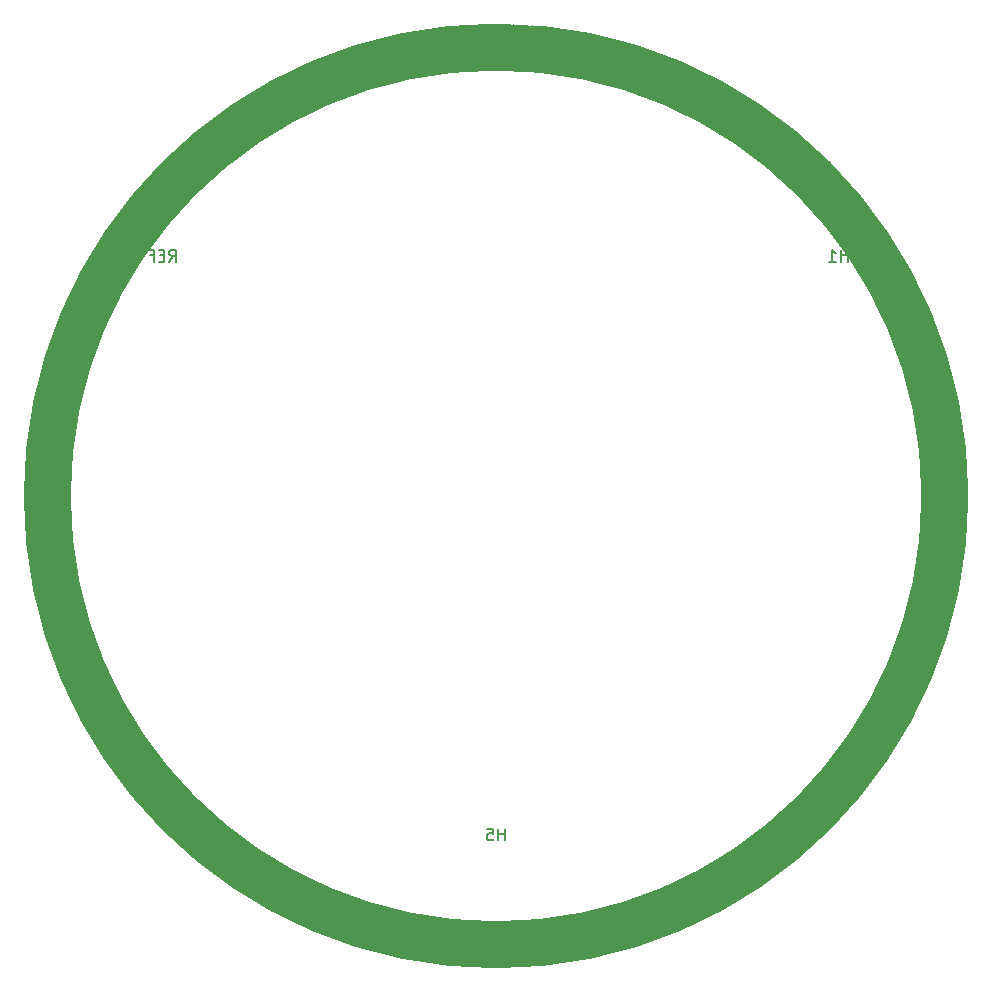
<source format=gbr>
%TF.GenerationSoftware,KiCad,Pcbnew,(7.0.0-0)*%
%TF.CreationDate,2023-03-04T18:51:26-06:00*%
%TF.ProjectId,plate,706c6174-652e-46b6-9963-61645f706362,rev?*%
%TF.SameCoordinates,Original*%
%TF.FileFunction,Legend,Bot*%
%TF.FilePolarity,Positive*%
%FSLAX46Y46*%
G04 Gerber Fmt 4.6, Leading zero omitted, Abs format (unit mm)*
G04 Created by KiCad (PCBNEW (7.0.0-0)) date 2023-03-04 18:51:26*
%MOMM*%
%LPD*%
G01*
G04 APERTURE LIST*
%ADD10C,4.000000*%
%ADD11C,0.150000*%
G04 APERTURE END LIST*
D10*
X138000000Y-100000000D02*
G75*
G03*
X138000000Y-100000000I-38000000J0D01*
G01*
D11*
%TO.C,H5*%
X100761904Y-129167380D02*
X100761904Y-128167380D01*
X100761904Y-128643571D02*
X100190476Y-128643571D01*
X100190476Y-129167380D02*
X100190476Y-128167380D01*
X99238095Y-128167380D02*
X99714285Y-128167380D01*
X99714285Y-128167380D02*
X99761904Y-128643571D01*
X99761904Y-128643571D02*
X99714285Y-128595952D01*
X99714285Y-128595952D02*
X99619047Y-128548333D01*
X99619047Y-128548333D02*
X99380952Y-128548333D01*
X99380952Y-128548333D02*
X99285714Y-128595952D01*
X99285714Y-128595952D02*
X99238095Y-128643571D01*
X99238095Y-128643571D02*
X99190476Y-128738809D01*
X99190476Y-128738809D02*
X99190476Y-128976904D01*
X99190476Y-128976904D02*
X99238095Y-129072142D01*
X99238095Y-129072142D02*
X99285714Y-129119761D01*
X99285714Y-129119761D02*
X99380952Y-129167380D01*
X99380952Y-129167380D02*
X99619047Y-129167380D01*
X99619047Y-129167380D02*
X99714285Y-129119761D01*
X99714285Y-129119761D02*
X99761904Y-129072142D01*
%TO.C,H1*%
X129761904Y-80167380D02*
X129761904Y-79167380D01*
X129761904Y-79643571D02*
X129190476Y-79643571D01*
X129190476Y-80167380D02*
X129190476Y-79167380D01*
X128190476Y-80167380D02*
X128761904Y-80167380D01*
X128476190Y-80167380D02*
X128476190Y-79167380D01*
X128476190Y-79167380D02*
X128571428Y-79310238D01*
X128571428Y-79310238D02*
X128666666Y-79405476D01*
X128666666Y-79405476D02*
X128761904Y-79453095D01*
%TO.C,REF\u002A\u002A*%
X72333333Y-80167380D02*
X72666666Y-79691190D01*
X72904761Y-80167380D02*
X72904761Y-79167380D01*
X72904761Y-79167380D02*
X72523809Y-79167380D01*
X72523809Y-79167380D02*
X72428571Y-79215000D01*
X72428571Y-79215000D02*
X72380952Y-79262619D01*
X72380952Y-79262619D02*
X72333333Y-79357857D01*
X72333333Y-79357857D02*
X72333333Y-79500714D01*
X72333333Y-79500714D02*
X72380952Y-79595952D01*
X72380952Y-79595952D02*
X72428571Y-79643571D01*
X72428571Y-79643571D02*
X72523809Y-79691190D01*
X72523809Y-79691190D02*
X72904761Y-79691190D01*
X71904761Y-79643571D02*
X71571428Y-79643571D01*
X71428571Y-80167380D02*
X71904761Y-80167380D01*
X71904761Y-80167380D02*
X71904761Y-79167380D01*
X71904761Y-79167380D02*
X71428571Y-79167380D01*
X70666666Y-79643571D02*
X70999999Y-79643571D01*
X70999999Y-80167380D02*
X70999999Y-79167380D01*
X70999999Y-79167380D02*
X70523809Y-79167380D01*
X69999999Y-79167380D02*
X69999999Y-79405476D01*
X70238094Y-79310238D02*
X69999999Y-79405476D01*
X69999999Y-79405476D02*
X69761904Y-79310238D01*
X70142856Y-79595952D02*
X69999999Y-79405476D01*
X69999999Y-79405476D02*
X69857142Y-79595952D01*
X69238094Y-79167380D02*
X69238094Y-79405476D01*
X69476189Y-79310238D02*
X69238094Y-79405476D01*
X69238094Y-79405476D02*
X68999999Y-79310238D01*
X69380951Y-79595952D02*
X69238094Y-79405476D01*
X69238094Y-79405476D02*
X69095237Y-79595952D01*
%TD*%
M02*

</source>
